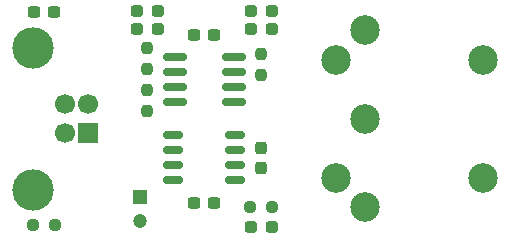
<source format=gts>
%TF.GenerationSoftware,KiCad,Pcbnew,(7.0.0)*%
%TF.CreationDate,2023-03-18T20:28:04-04:00*%
%TF.ProjectId,nabu-interface,6e616275-2d69-46e7-9465-72666163652e,rev?*%
%TF.SameCoordinates,Original*%
%TF.FileFunction,Soldermask,Top*%
%TF.FilePolarity,Negative*%
%FSLAX46Y46*%
G04 Gerber Fmt 4.6, Leading zero omitted, Abs format (unit mm)*
G04 Created by KiCad (PCBNEW (7.0.0)) date 2023-03-18 20:28:04*
%MOMM*%
%LPD*%
G01*
G04 APERTURE LIST*
G04 Aperture macros list*
%AMRoundRect*
0 Rectangle with rounded corners*
0 $1 Rounding radius*
0 $2 $3 $4 $5 $6 $7 $8 $9 X,Y pos of 4 corners*
0 Add a 4 corners polygon primitive as box body*
4,1,4,$2,$3,$4,$5,$6,$7,$8,$9,$2,$3,0*
0 Add four circle primitives for the rounded corners*
1,1,$1+$1,$2,$3*
1,1,$1+$1,$4,$5*
1,1,$1+$1,$6,$7*
1,1,$1+$1,$8,$9*
0 Add four rect primitives between the rounded corners*
20,1,$1+$1,$2,$3,$4,$5,0*
20,1,$1+$1,$4,$5,$6,$7,0*
20,1,$1+$1,$6,$7,$8,$9,0*
20,1,$1+$1,$8,$9,$2,$3,0*%
G04 Aperture macros list end*
%ADD10RoundRect,0.237500X-0.250000X-0.237500X0.250000X-0.237500X0.250000X0.237500X-0.250000X0.237500X0*%
%ADD11RoundRect,0.237500X0.287500X0.237500X-0.287500X0.237500X-0.287500X-0.237500X0.287500X-0.237500X0*%
%ADD12RoundRect,0.237500X0.237500X-0.250000X0.237500X0.250000X-0.237500X0.250000X-0.237500X-0.250000X0*%
%ADD13RoundRect,0.237500X-0.237500X0.250000X-0.237500X-0.250000X0.237500X-0.250000X0.237500X0.250000X0*%
%ADD14RoundRect,0.237500X-0.287500X-0.237500X0.287500X-0.237500X0.287500X0.237500X-0.287500X0.237500X0*%
%ADD15RoundRect,0.150000X-0.825000X-0.150000X0.825000X-0.150000X0.825000X0.150000X-0.825000X0.150000X0*%
%ADD16RoundRect,0.150000X-0.675000X-0.150000X0.675000X-0.150000X0.675000X0.150000X-0.675000X0.150000X0*%
%ADD17C,3.500000*%
%ADD18C,1.700000*%
%ADD19R,1.700000X1.700000*%
%ADD20C,2.499360*%
%ADD21C,1.200000*%
%ADD22R,1.200000X1.200000*%
%ADD23RoundRect,0.237500X-0.300000X-0.237500X0.300000X-0.237500X0.300000X0.237500X-0.300000X0.237500X0*%
%ADD24RoundRect,0.237500X-0.237500X0.300000X-0.237500X-0.300000X0.237500X-0.300000X0.237500X0.300000X0*%
%ADD25RoundRect,0.237500X0.300000X0.237500X-0.300000X0.237500X-0.300000X-0.237500X0.300000X-0.237500X0*%
G04 APERTURE END LIST*
D10*
%TO.C,R5*%
X96496500Y-109093000D03*
X98321500Y-109093000D03*
%TD*%
D11*
%TO.C,D5*%
X98284000Y-110744000D03*
X96534000Y-110744000D03*
%TD*%
D12*
%TO.C,R4*%
X87757000Y-99163500D03*
X87757000Y-100988500D03*
%TD*%
D13*
%TO.C,R3*%
X87757000Y-95607500D03*
X87757000Y-97432500D03*
%TD*%
D11*
%TO.C,D4*%
X88632000Y-92456000D03*
X86882000Y-92456000D03*
%TD*%
%TO.C,D3*%
X98298000Y-92456000D03*
X96548000Y-92456000D03*
%TD*%
D14*
%TO.C,D2*%
X96534000Y-93980000D03*
X98284000Y-93980000D03*
%TD*%
%TO.C,D1*%
X88632000Y-93980000D03*
X86882000Y-93980000D03*
%TD*%
D15*
%TO.C,U1*%
X90108000Y-96393000D03*
X90108000Y-97663000D03*
X90108000Y-98933000D03*
X90108000Y-100203000D03*
X95058000Y-100203000D03*
X95058000Y-98933000D03*
X95058000Y-97663000D03*
X95058000Y-96393000D03*
%TD*%
D16*
%TO.C,U2*%
X89958000Y-102997000D03*
X89958000Y-104267000D03*
X89958000Y-105537000D03*
X89958000Y-106807000D03*
X95208000Y-106807000D03*
X95208000Y-105537000D03*
X95208000Y-104267000D03*
X95208000Y-102997000D03*
%TD*%
D10*
%TO.C,R2*%
X78081500Y-110617000D03*
X79906500Y-110617000D03*
%TD*%
D13*
%TO.C,R1*%
X97409000Y-97940500D03*
X97409000Y-96115500D03*
%TD*%
D17*
%TO.C,J2*%
X78067500Y-95580000D03*
X78067500Y-107620000D03*
D18*
X80777500Y-102850000D03*
X80777500Y-100350000D03*
X82777500Y-100350000D03*
D19*
X82777499Y-102849999D03*
%TD*%
D20*
%TO.C,J1*%
X106222800Y-109098080D03*
X103720900Y-96603820D03*
X106220260Y-101600000D03*
X106222800Y-94101920D03*
X103720900Y-106596180D03*
X116217700Y-96598740D03*
X116217700Y-106601260D03*
%TD*%
D21*
%TO.C,C5*%
X87122000Y-110247401D03*
D22*
X87121999Y-108247400D03*
%TD*%
D23*
%TO.C,C4*%
X93445500Y-94488000D03*
X91720500Y-94488000D03*
%TD*%
D24*
%TO.C,C3*%
X97409000Y-104039500D03*
X97409000Y-105764500D03*
%TD*%
D25*
%TO.C,C2*%
X91720500Y-108712000D03*
X93445500Y-108712000D03*
%TD*%
D23*
%TO.C,C1*%
X78131500Y-92583000D03*
X79856500Y-92583000D03*
%TD*%
M02*

</source>
